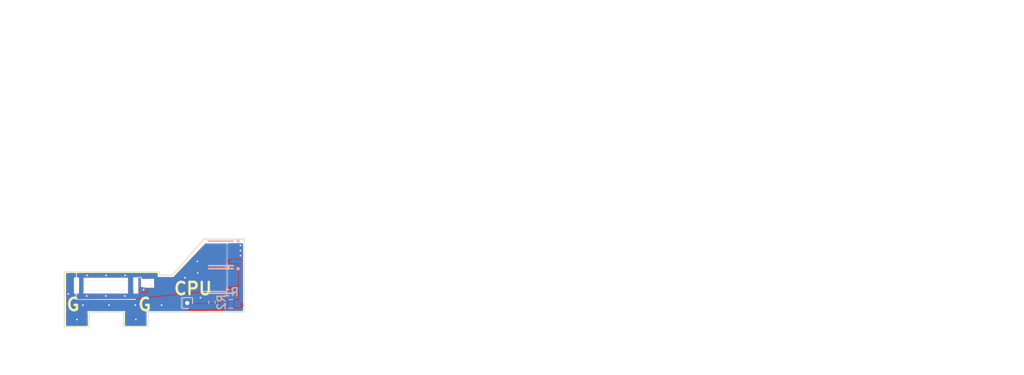
<source format=kicad_pcb>
(kicad_pcb (version 20221018) (generator pcbnew)
  (layers (0 "F.Cu" signal) (31 "B.Cu" signal) (34 "B.Paste" user) (35 "F.Paste" user) (36 "B.SilkS" user "B.Silkscreen") (37 "F.SilkS" user "F.Silkscreen") (38 "B.Mask" user) (39 "F.Mask" user) (44 "Edge.Cuts" user))
  (net 0 "")
  (net 1 "NS_CPU")
  (net 2 "GND")
  (net 3 "MOS_D")
  (net 4 "Net-(J1-Pin_1)")
  (footprint "kicad_lceda:ThroughPad_2.8x1.5" (layer "F.Cu") (at 78.905 62.915)
    (fp_text reference "J5" hide)
    (fp_text value "Conn_01x01")
    (pad "1" thru_hole rect (at 0 0) (size 2.6 1.5) (drill 0.2) (layers "*.Cu" "*.Mask") (net 2 "GND"))
  )
  (footprint "kicad_lceda:CPU_Pads" (layer "F.Cu") (at 75.07765 58.6)
    (fp_text reference "J2" hide)
    (fp_text value "Conn_01x04" hide)
    (pad "1" smd rect (at -3.875 0) (size 0.3 1.6) (layers "F.Cu" "F.Mask") (net 2 "GND"))
    (pad "2" smd rect (at -2.95 1) (size 0.3 2.2) (drill (offset 0 -0.6)) (layers "F.Cu" "F.Mask") (net 3 "MOS_D") (clearance 0.3))
    (pad "3" smd rect (at 3.35 1) (size 0.3 2.2) (drill (offset 0 -0.6)) (layers "F.Cu" "F.Mask") (net 3 "MOS_D") (clearance 0.3))
    (pad "4" smd rect (at 4.275 0) (size 0.3 1.6) (layers "F.Cu" "F.Mask") (net 2 "GND"))
  )
  (footprint "kicad_lceda:TH_Pads_1x1_P1.20mml" (layer "F.Cu") (at 85.175 60.9)
    (fp_text reference "J1" hide)
    (fp_text value "Conn_01x01")
    (pad "1" thru_hole rect (at 0 0) (size 1.2 1.2) (drill 0.5) (layers "*.Cu" "*.Mask") (net 4 "Net-(J1-Pin_1)") (clearance 0.1))
  )
  (footprint "kicad_lceda:ThroughPad_2.8x1.5" (layer "F.Cu") (at 71.71 62.915)
    (fp_text reference "J4" hide)
    (fp_text value "Conn_01x01")
    (pad "1" thru_hole rect (at 0 0) (size 2.6 1.5) (drill 0.2) (layers "*.Cu" "*.Mask") (net 2 "GND"))
  )
  (footprint "kicad_lceda:CPU_Pads" (layer "B.Cu") (at 75.48 58.595 180)
    (fp_text reference "J3" hide)
    (fp_text value "Conn_01x04" hide)
    (pad "1" smd rect (at -3.875 0 180) (size 0.3 1.6) (layers "B.Cu" "B.Mask") (net 2 "GND"))
    (pad "2" smd rect (at -2.95 -1 180) (size 0.3 2.2) (drill (offset 0 0.6)) (layers "B.Cu" "B.Mask") (net 3 "MOS_D") (clearance 0.3))
    (pad "3" smd rect (at 3.35 -1 180) (size 0.3 2.2) (drill (offset 0 0.6)) (layers "B.Cu" "B.Mask") (net 3 "MOS_D") (clearance 0.3))
    (pad "4" smd rect (at 4.275 0 180) (size 0.3 1.6) (layers "B.Cu" "B.Mask") (net 2 "GND"))
  )
  (footprint "kicad_lceda:DFN-8_L3.0-W3.0-P0.65-BL" (layer "B.Cu") (at 89.285 58.2075 -90)
    (fp_text reference "Q1" hide)
    (fp_text value "AON7506")
    (fp_line (start -1.5 1.5) (end -1.5 -1.5) (stroke (width 0.2)) (layer "B.SilkS"))
    (fp_line (start 1.5 1.5) (end 1.5 -1.5) (stroke (width 0.2)) (layer "B.SilkS"))
    (fp_circle (center -1.5 -2.1) (end -1.395 -2.1) (stroke (width 0.2)) (fill none) (layer "B.SilkS"))
    (pad "1" smd rect (at -0.975 -1.5 90) (size 0.4 0.8) (layers "B.Cu" "B.Paste" "B.Mask") (net 2 "GND"))
    (pad "2" smd rect (at -0.325 -1.5 90) (size 0.4 0.8) (layers "B.Cu" "B.Paste" "B.Mask") (net 2 "GND"))
    (pad "3" smd rect (at 0.325 -1.5 90) (size 0.4 0.8) (layers "B.Cu" "B.Paste" "B.Mask") (net 2 "GND"))
    (pad "4" smd rect (at 0.975 -1.5 90) (size 0.4 0.8) (layers "B.Cu" "B.Paste" "B.Mask") (net 1 "NS_CPU"))
    (pad "5" smd rect (at 0.975 1.5 90) (size 0.4 0.8) (layers "B.Cu" "B.Paste" "B.Mask") (net 3 "MOS_D"))
    (pad "6" smd rect (at 0.325 1.5 90) (size 0.4 0.8) (layers "B.Cu" "B.Paste" "B.Mask") (net 3 "MOS_D"))
    (pad "7" smd rect (at -0.325 1.5 90) (size 0.4 0.8) (layers "B.Cu" "B.Paste" "B.Mask") (net 3 "MOS_D"))
    (pad "8" smd rect (at -0.975 1.5 90) (size 0.4 0.8) (layers "B.Cu" "B.Paste" "B.Mask") (net 3 "MOS_D"))
    (pad "9" smd rect (at 0 0.35 270) (size 2.4 2.1) (layers "B.Cu" "B.Paste" "B.Mask") (net 3 "MOS_D"))
  )
  (footprint "Resistor_SMD:R_0402_1005Metric" (layer "B.Cu") (at 88.185 60.815 90)
    (fp_text reference "R2" (at 0 1.17 270) (layer "B.SilkS") (effects (justify mirror)))
    (fp_text value "75k")
    (fp_line (start -0.153641 -0.38) (end 0.153641 -0.38) (stroke (width 0.12)) (layer "B.SilkS"))
    (fp_line (start -0.153641 0.38) (end 0.153641 0.38) (stroke (width 0.12)) (layer "B.SilkS"))
    (pad "1" smd roundrect (at -0.51 0 90) (size 0.54 0.64) (layers "B.Cu" "B.Paste" "B.Mask") (net 4 "Net-(J1-Pin_1)"))
    (pad "2" smd roundrect (at 0.51 0 90) (size 0.54 0.64) (layers "B.Cu" "B.Paste" "B.Mask") (net 2 "GND"))
  )
  (footprint "Resistor_SMD:R_0603_1608Metric" (layer "B.Cu") (at 90.5 61 180)
    (fp_text reference "R1" (at 0 1.43) (layer "B.SilkS") (effects (justify mirror)))
    (fp_text value "68")
    (fp_line (start -0.237258 -0.5225) (end 0.237258 -0.5225) (stroke (width 0.12)) (layer "B.SilkS"))
    (fp_line (start -0.237258 0.5225) (end 0.237258 0.5225) (stroke (width 0.12)) (layer "B.SilkS"))
    (pad "1" smd roundrect (at -0.825 0 180) (size 0.8 0.95) (layers "B.Cu" "B.Paste" "B.Mask") (net 1 "NS_CPU"))
    (pad "2" smd roundrect (at 0.825 0 180) (size 0.8 0.95) (layers "B.Cu" "B.Paste" "B.Mask") (net 4 "Net-(J1-Pin_1)"))
  )
  (footprint "kicad_lceda:DFN-8_L3.0-W3.0-P0.65-BL" (layer "B.Cu") (at 89.285 54.8475 -90)
    (fp_text reference "Q2" hide)
    (fp_text value "AON7506")
    (fp_line (start -1.5 1.5) (end -1.5 -1.5) (stroke (width 0.2)) (layer "B.SilkS"))
    (fp_line (start 1.5 1.5) (end 1.5 -1.5) (stroke (width 0.2)) (layer "B.SilkS"))
    (fp_circle (center -1.5 -2.1) (end -1.395 -2.1) (stroke (width 0.2)) (fill none) (layer "B.SilkS"))
    (pad "1" smd rect (at -0.975 -1.5 90) (size 0.4 0.8) (layers "B.Cu" "B.Paste" "B.Mask") (net 2 "GND"))
    (pad "2" smd rect (at -0.325 -1.5 90) (size 0.4 0.8) (layers "B.Cu" "B.Paste" "B.Mask") (net 2 "GND"))
    (pad "3" smd rect (at 0.325 -1.5 90) (size 0.4 0.8) (layers "B.Cu" "B.Paste" "B.Mask") (net 2 "GND"))
    (pad "4" smd rect (at 0.975 -1.5 90) (size 0.4 0.8) (layers "B.Cu" "B.Paste" "B.Mask") (net 1 "NS_CPU"))
    (pad "5" smd rect (at 0.975 1.5 90) (size 0.4 0.8) (layers "B.Cu" "B.Paste" "B.Mask") (net 3 "MOS_D"))
    (pad "6" smd rect (at 0.325 1.5 90) (size 0.4 0.8) (layers "B.Cu" "B.Paste" "B.Mask") (net 3 "MOS_D"))
    (pad "7" smd rect (at -0.325 1.5 90) (size 0.4 0.8) (layers "B.Cu" "B.Paste" "B.Mask") (net 3 "MOS_D"))
    (pad "8" smd rect (at -0.975 1.5 90) (size 0.4 0.8) (layers "B.Cu" "B.Paste" "B.Mask") (net 3 "MOS_D"))
    (pad "9" smd rect (at 0 0.35 270) (size 2.4 2.1) (layers "B.Cu" "B.Paste" "B.Mask") (net 3 "MOS_D"))
  )
  (gr_poly (pts (xy 70.21 57.15) (xy 81.745 57.15) (xy 81.75 57.53) (xy 83.385 57.535) (xy 87.2 53.14) (xy 92.08 53.14) (xy 92.075 61.945) (xy 80.35 61.955) (xy 80.355 63.735) (xy 77.455 63.735) (xy 77.46 61.955) (xy 73.17 61.955) (xy 73.175 63.74) (xy 70.215 63.745)) (stroke (width 0.1)) (fill none) (layer "F.SilkS"))
  (gr_poly (pts (xy 78.568 59.231) (xy 78.568 57.977) (xy 79.241 57.977) (xy 79.241 59.231)) (stroke (width 0.0254)) (fill none) (layer "Edge.Cuts"))
  (gr_poly (pts (xy 77.888 59.366) (xy 72.613 59.366) (xy 72.613 58.166) (xy 77.888 58.166)) (stroke (width 0.0254)) (fill none) (layer "Edge.Cuts"))
  (gr_poly (pts (xy 71.329 59.231) (xy 71.329 57.977) (xy 72.002 57.977) (xy 72.002 59.231)) (stroke (width 0.0254)) (fill none) (layer "Edge.Cuts"))
  (gr_poly (pts (xy 70.135 57.075) (xy 81.815 57.075) (xy 81.825 57.461) (xy 83.349 57.461) (xy 87.164 53.063) (xy 92.168 53.063) (xy 92.163 62.033) (xy 86.27 62.033) (xy 82.714 62.033) (xy 80.428 62.033) (xy 80.428 63.811) (xy 77.38 63.811) (xy 77.38 62.029) (xy 73.245 62.029) (xy 73.245 63.811) (xy 70.14 63.82)) (stroke (width 0.05)) (fill none) (layer "Edge.Cuts"))
  (gr_poly (pts (xy 80.852 58.813) (xy 79.598 58.813) (xy 79.598 58.14) (xy 80.852 58.14)) (stroke (width 0.0254)) (fill none) (layer "Edge.Cuts"))
  (gr_text "G" (at 79.04 61.97) (layer "F.SilkS") (effects (font (size 1.5 1.5) (thickness 0.3) bold) (justify left bottom)))
  (gr_text "G" (at 70.3 61.97) (layer "F.SilkS") (effects (font (size 1.5 1.5) (thickness 0.3) bold) (justify left bottom)))
  (gr_text "CPU" (at 83.4 60.02) (layer "F.SilkS") (effects (font (size 1.5 1.5) (thickness 0.3) bold) (justify left bottom)))
  (segment (start 91.713848 56.033848) (end 91.5025 55.8225) (width 0.5) (layer "B.Cu") (net 1))
  (segment (start 91.713848 60.611152) (end 91.713848 59.293848) (width 0.5) (layer "B.Cu") (net 1))
  (segment (start 91.5025 55.8225) (end 90.785 55.8225) (width 0.5) (layer "B.Cu") (net 1))
  (segment (start 91.6025 59.1825) (end 90.785 59.1825) (width 0.5) (layer "B.Cu") (net 1))
  (segment (start 91.713848 59.293848) (end 91.6025 59.1825) (width 0.5) (layer "B.Cu") (net 1))
  (segment (start 91.325 61) (end 91.713848 60.611152) (width 0.5) (layer "B.Cu") (net 1))
  (segment (start 91.713848 59.293848) (end 91.713848 56.033848) (width 0.5) (layer "B.Cu") (net 1))
  (via (at 79.84 59.285) (size 0.45) (drill 0.2) (layers "F.Cu" "B.Cu") (net 2))
  (via (at 91.67 54.495) (size 0.45) (drill 0.2) (layers "F.Cu" "B.Cu") (net 2))
  (via (at 86.795 60.25) (size 0.45) (drill 0.2) (layers "F.Cu" "B.Cu") (net 2))
  (via (at 91.67 53.875) (size 0.45) (drill 0.2) (layers "F.Cu" "B.Cu") (net 2))
  (via (at 75.64 61.155) (size 0.45) (drill 0.2) (layers "F.Cu" "B.Cu") (net 2))
  (via (at 90.175 56.53) (size 0.45) (drill 0.2) (layers "F.Cu" "B.Cu") (net 2))
  (via (at 72.44 61.155) (size 0.45) (drill 0.2) (layers "F.Cu" "B.Cu") (net 2))
  (via (at 70.675 59.79) (size 0.45) (drill 0.2) (layers "F.Cu" "B.Cu") (net 2))
  (via (at 82.04 61.155) (size 0.45) (drill 0.2) (layers "F.Cu" "B.Cu") (net 2))
  (via (at 91.67 55.115) (size 0.45) (drill 0.2) (layers "F.Cu" "B.Cu") (net 2))
  (via (at 78.84 61.155) (size 0.45) (drill 0.2) (layers "F.Cu" "B.Cu") (net 2))
  (segment (start 90.810011 57.975011) (end 90.785 57.95) (width 0.5) (layer "B.Cu") (net 2))
  (via (at 86.41 55.805) (size 0.45) (drill 0.2) (layers "F.Cu" "B.Cu") (net 3))
  (via (at 77.555 60.045) (size 0.45) (drill 0.2) (layers "F.Cu" "B.Cu") (net 3))
  (via (at 86.455 57.24) (size 0.45) (drill 0.2) (layers "F.Cu" "B.Cu") (net 3))
  (via (at 72.93 57.515) (size 0.45) (drill 0.2) (layers "F.Cu" "B.Cu") (net 3))
  (via (at 75.2325 60.045) (size 0.45) (drill 0.2) (layers "F.Cu" "B.Cu") (net 3))
  (via (at 72.91 60.045) (size 0.45) (drill 0.2) (layers "F.Cu" "B.Cu") (net 3))
  (via (at 77.605 57.515) (size 0.45) (drill 0.2) (layers "F.Cu" "B.Cu") (net 3))
  (via (at 84.91 57.81) (size 0.45) (drill 0.2) (layers "F.Cu" "B.Cu") (net 3))
  (via (at 75.2675 57.515) (size 0.45) (drill 0.2) (layers "F.Cu" "B.Cu") (net 3))
  (segment (start 85.175 60.9) (end 85.6 61.325) (width 0.65) (layer "B.Cu") (net 4))
  (segment (start 88.185 61.325) (end 89.35 61.325) (width 0.65) (layer "B.Cu") (net 4))
  (segment (start 85.6 61.325) (end 88.185 61.325) (width 0.65) (layer "B.Cu") (net 4))
  (segment (start 89.35 61.325) (end 89.675 61) (width 0.65) (layer "B.Cu") (net 4))
  (zone (net 3) (net_name "MOS_D") (layer "F.Cu") (priority 3) (connect_pads yes (clearance 0.1)) (min_thickness 0.25) (fill yes (thermal_gap 0.5) (thermal_bridge_width 0.5))
    (polygon (pts (xy 89.965 53.655) (xy 89.985 59.43) (xy 87.415 59.43) (xy 81.145 59.047) (xy 81.135 57.927) (xy 79.225 57.96326) (xy 79.225 57.757) (xy 78.55 57.757) (xy 78.55 59.742) (xy 78.884525 59.742) (xy 78.89 60.41) (xy 71.655 60.43) (xy 71.666708 59.752) (xy 72 59.752) (xy 72 57.792) (xy 71.700554 57.792) (xy 71.71 57.245) (xy 81.563 57.24) (xy 81.568 57.736) (xy 83.487 57.741) (xy 87.395 53.63)))
    (polygon (pts (xy 72.515 57.792) (xy 72.51 59.747) (xy 77.975 59.752) (xy 77.975 57.792)))
  )
  (zone (net 2) (net_name "GND") (layers "F&B.Cu") (priority 4) (connect_pads yes (clearance 0.1)) (min_thickness 0.25) (fill yes (thermal_gap 0.5) (thermal_bridge_width 0.5))
    (polygon (pts (xy 79.205 58.89) (xy 80.175 59.05) (xy 80.175 59.615) (xy 79.625 59.615) (xy 79.205 59.4)))
  )
  (zone (net 2) (net_name "GND") (layers "F&B.Cu") (connect_pads yes (clearance 0.1)) (min_thickness 0.25) (fill yes (thermal_gap 0.5) (thermal_bridge_width 0.5))
    (polygon (pts (xy 70.4 57.235) (xy 81.563 57.24) (xy 81.568 57.736) (xy 83.487 57.741) (xy 87.395 53.63) (xy 91.97 53.61) (xy 91.98 61.855) (xy 80.2 61.87) (xy 80.21 63.665) (xy 77.6 63.665) (xy 77.605 61.875) (xy 73.01 61.875) (xy 73.015 63.67) (xy 70.405 63.67)))
    (polygon (pts (xy 71.33 59.752) (xy 72 59.752) (xy 72 57.792) (xy 71.32 57.792)))
    (polygon (pts (xy 72.525 57.812) (xy 72.52 59.767) (xy 77.97 59.762) (xy 77.97 57.802)))
    (polygon (pts (xy 78.55 59.742) (xy 79.225 59.742) (xy 79.225 57.757) (xy 78.55 57.757)))
    (polygon (pts (xy 79.5 57.927) (xy 79.505 59.047) (xy 81.145 59.047) (xy 81.135 57.927)))
  )
  (zone (net 3) (net_name "MOS_D") (layer "B.Cu") (priority 2) (connect_pads yes (clearance 0.1)) (min_thickness 0.25) (fill yes (thermal_gap 0.5) (thermal_bridge_width 0.5))
    (polygon (pts (xy 90 59.405) (xy 87.37 59.435) (xy 79.77 60.23) (xy 78.9 60.41) (xy 71.665 60.395) (xy 71.671114 59.752) (xy 72 59.752) (xy 72 57.792) (xy 71.689751 57.792) (xy 71.695 57.24) (xy 81.563 57.235) (xy 81.568 57.731) (xy 83.487 57.741) (xy 87.395 53.64) (xy 90.01 53.625)))
    (polygon (pts (xy 72.525 57.812) (xy 72.52 59.767) (xy 77.97 59.762) (xy 77.97 57.802)))
    (polygon (pts (xy 78.55 59.742) (xy 79.225 59.742) (xy 79.225 57.757) (xy 78.55 57.757)))
    (polygon (pts (xy 79.505 59.047) (xy 80.255 59.05) (xy 81.145 59.047) (xy 81.135 57.927) (xy 79.5 57.927)))
  )
)
</source>
